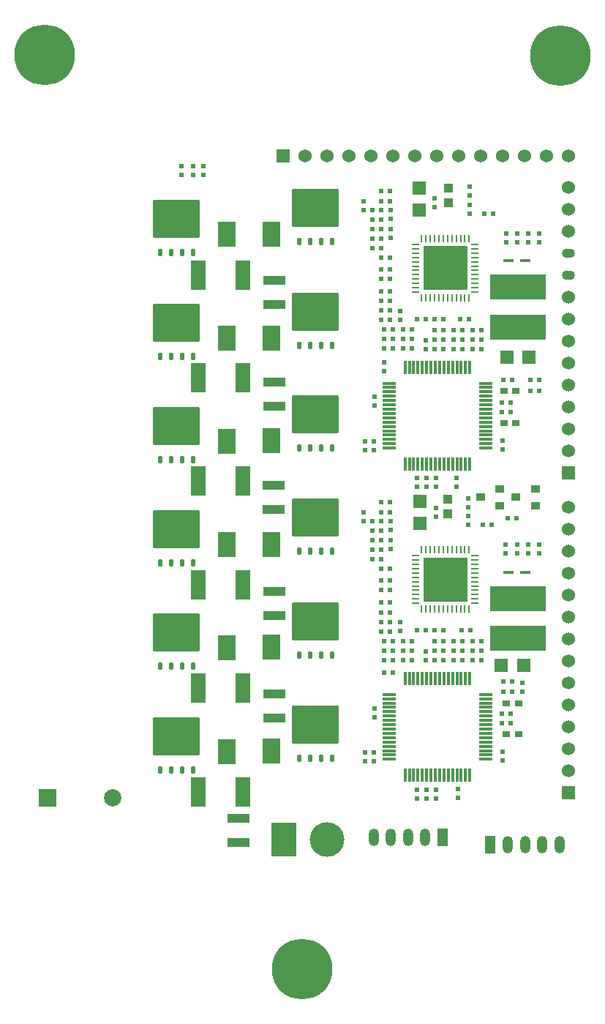
<source format=gbr>
G04 Layer_Color=255*
%FSLAX26Y26*%
%MOIN*%
%TF.FileFunction,Pads,Top*%
%TF.Part,Single*%
G01*
G75*
%TA.AperFunction,SMDPad,SMDef*%
G04:AMPARAMS|DCode=10|XSize=33.858mil|YSize=20.079mil|CornerRadius=3.915mil|HoleSize=0mil|Usage=FLASHONLY|Rotation=90.000|XOffset=0mil|YOffset=0mil|HoleType=Round|Shape=RoundedRectangle|*
%AMROUNDEDRECTD10*
21,1,0.033858,0.012248,0,0,90.0*
21,1,0.026028,0.020079,0,0,90.0*
1,1,0.007831,0.006124,0.013014*
1,1,0.007831,0.006124,-0.013014*
1,1,0.007831,-0.006124,-0.013014*
1,1,0.007831,-0.006124,0.013014*
%
%ADD10ROUNDEDRECTD10*%
G04:AMPARAMS|DCode=11|XSize=170.866mil|YSize=212.598mil|CornerRadius=4.272mil|HoleSize=0mil|Usage=FLASHONLY|Rotation=90.000|XOffset=0mil|YOffset=0mil|HoleType=Round|Shape=RoundedRectangle|*
%AMROUNDEDRECTD11*
21,1,0.170866,0.204055,0,0,90.0*
21,1,0.162323,0.212598,0,0,90.0*
1,1,0.008543,0.102028,0.081162*
1,1,0.008543,0.102028,-0.081162*
1,1,0.008543,-0.102028,-0.081162*
1,1,0.008543,-0.102028,0.081162*
%
%ADD11ROUNDEDRECTD11*%
%TA.AperFunction,SMDPad,CuDef*%
%ADD12R,0.023622X0.023622*%
%ADD13R,0.023622X0.023622*%
%ADD14R,0.098425X0.039370*%
%ADD15R,0.039370X0.037402*%
%ADD16R,0.011811X0.062992*%
%ADD17R,0.062992X0.011811*%
%ADD18R,0.037992X0.031496*%
%ADD19O,0.009842X0.033465*%
%ADD20O,0.033465X0.009842*%
%ADD21R,0.202756X0.202756*%
%ADD22R,0.070866X0.133858*%
%ADD23R,0.039370X0.043307*%
%ADD24R,0.059055X0.059055*%
%ADD25R,0.059055X0.059055*%
%ADD26R,0.047244X0.017716*%
%ADD27R,0.255905X0.118110*%
%TA.AperFunction,ComponentPad*%
%ADD51R,0.078740X0.078740*%
%ADD52C,0.078740*%
%ADD53C,0.060000*%
%ADD54R,0.060000X0.060000*%
%ADD55O,0.060000X0.043307*%
%ADD56R,0.060000X0.060000*%
%ADD57O,0.047244X0.078740*%
%ADD58R,0.047244X0.078740*%
%ADD59C,0.157480*%
%ADD60R,0.118110X0.157480*%
%ADD61R,0.078740X0.118110*%
%TA.AperFunction,ViaPad*%
%ADD62C,0.275591*%
D10*
X4151772Y2740945D02*
D03*
X4201772D02*
D03*
X4251772D02*
D03*
X4301772D02*
D03*
Y2518898D02*
D03*
X4251772D02*
D03*
X4201772D02*
D03*
X4151772D02*
D03*
Y4154331D02*
D03*
X4201772D02*
D03*
X4251772D02*
D03*
X4301772D02*
D03*
Y3932283D02*
D03*
X4251772D02*
D03*
X4201772D02*
D03*
X4151772D02*
D03*
X4785630Y2792126D02*
D03*
X4835630D02*
D03*
X4885630D02*
D03*
X4935630D02*
D03*
Y2570079D02*
D03*
X4885630D02*
D03*
X4835630D02*
D03*
X4785630D02*
D03*
Y4205512D02*
D03*
X4835630D02*
D03*
X4885630D02*
D03*
X4935630D02*
D03*
Y3983465D02*
D03*
X4885630D02*
D03*
X4835630D02*
D03*
X4785630D02*
D03*
X4151772Y3213386D02*
D03*
X4201772D02*
D03*
X4251772D02*
D03*
X4301772D02*
D03*
Y2991339D02*
D03*
X4251772D02*
D03*
X4201772D02*
D03*
X4151772D02*
D03*
Y4622835D02*
D03*
X4201772D02*
D03*
X4251772D02*
D03*
X4301772D02*
D03*
Y4400787D02*
D03*
X4251772D02*
D03*
X4201772D02*
D03*
X4151772D02*
D03*
X4785630Y3264567D02*
D03*
X4835630D02*
D03*
X4885630D02*
D03*
X4935630D02*
D03*
Y3042520D02*
D03*
X4885630D02*
D03*
X4835630D02*
D03*
X4785630D02*
D03*
Y4674016D02*
D03*
X4835630D02*
D03*
X4885630D02*
D03*
X4935630D02*
D03*
Y4451968D02*
D03*
X4885630D02*
D03*
X4835630D02*
D03*
X4785630D02*
D03*
X4151772Y3681890D02*
D03*
X4201772D02*
D03*
X4251772D02*
D03*
X4301772D02*
D03*
Y3459843D02*
D03*
X4251772D02*
D03*
X4201772D02*
D03*
X4151772D02*
D03*
Y5095275D02*
D03*
X4201772D02*
D03*
X4251772D02*
D03*
X4301772D02*
D03*
Y4873228D02*
D03*
X4251772D02*
D03*
X4201772D02*
D03*
X4151772D02*
D03*
X4785630Y3737008D02*
D03*
X4835630D02*
D03*
X4885630D02*
D03*
X4935630D02*
D03*
Y3514961D02*
D03*
X4885630D02*
D03*
X4835630D02*
D03*
X4785630D02*
D03*
Y5146457D02*
D03*
X4835630D02*
D03*
X4885630D02*
D03*
X4935630D02*
D03*
Y4924409D02*
D03*
X4885630D02*
D03*
X4835630D02*
D03*
X4785630D02*
D03*
D11*
X4226772Y2672441D02*
D03*
Y4085827D02*
D03*
X4860630Y2723622D02*
D03*
Y4137008D02*
D03*
X4226772Y3144882D02*
D03*
Y4554331D02*
D03*
X4860630Y3196063D02*
D03*
Y4605512D02*
D03*
X4226772Y3613386D02*
D03*
Y5026772D02*
D03*
X4860630Y3668504D02*
D03*
Y5077953D02*
D03*
D12*
X5735905Y3665354D02*
D03*
X5775905D02*
D03*
X5159528Y3236220D02*
D03*
X5199528D02*
D03*
X5199528Y3281496D02*
D03*
X5159528D02*
D03*
X5199528Y3336614D02*
D03*
X5159528D02*
D03*
X5750709Y2730315D02*
D03*
X5710709D02*
D03*
X5750709Y2773622D02*
D03*
X5710709D02*
D03*
X5199528Y3435039D02*
D03*
X5159528D02*
D03*
X5199528Y3379921D02*
D03*
X5159528D02*
D03*
X5297953Y3106299D02*
D03*
X5257953D02*
D03*
X5211339D02*
D03*
X5171339D02*
D03*
X5199213Y3690945D02*
D03*
X5159213D02*
D03*
X5297953Y3062992D02*
D03*
X5257953D02*
D03*
X5211339D02*
D03*
X5171339D02*
D03*
X5297953Y3019685D02*
D03*
X5257953D02*
D03*
X5211339D02*
D03*
X5171339D02*
D03*
X5576850Y3104330D02*
D03*
X5616850D02*
D03*
X5576850Y3061023D02*
D03*
X5616850D02*
D03*
X5576850Y3017716D02*
D03*
X5616850D02*
D03*
X5530236D02*
D03*
X5490236D02*
D03*
X5530236Y3061023D02*
D03*
X5490236D02*
D03*
X5530236Y3104330D02*
D03*
X5490236D02*
D03*
X5754646Y2921260D02*
D03*
X5714646D02*
D03*
X5360945Y3153543D02*
D03*
X5320945D02*
D03*
X5754646Y2875984D02*
D03*
X5714646D02*
D03*
X5171339Y2960630D02*
D03*
X5211339D02*
D03*
X5443622Y3104330D02*
D03*
X5403622D02*
D03*
X5443622Y3061023D02*
D03*
X5403622D02*
D03*
X5443622Y3017716D02*
D03*
X5403622D02*
D03*
X5443622Y3153543D02*
D03*
X5403622D02*
D03*
X5160158Y3651575D02*
D03*
X5120158D02*
D03*
X5199213Y3738189D02*
D03*
X5159213D02*
D03*
X5199528Y3149606D02*
D03*
X5159528D02*
D03*
X5199528Y3192913D02*
D03*
X5159528D02*
D03*
X5160158Y3564960D02*
D03*
X5120158D02*
D03*
X5160158Y3521653D02*
D03*
X5120158D02*
D03*
X5160158Y3608267D02*
D03*
X5120158D02*
D03*
Y3478346D02*
D03*
X5160158D02*
D03*
X5628032Y5051181D02*
D03*
X5668032D02*
D03*
X5120158Y4895669D02*
D03*
X5160158D02*
D03*
Y5025591D02*
D03*
X5120158D02*
D03*
X5160158Y4938976D02*
D03*
X5120158D02*
D03*
X5160158Y4982283D02*
D03*
X5120158D02*
D03*
X5199528Y4610236D02*
D03*
X5159528D02*
D03*
X5199528Y4566929D02*
D03*
X5159528D02*
D03*
X5199213Y5155512D02*
D03*
X5159213D02*
D03*
X5160158Y5068898D02*
D03*
X5120158D02*
D03*
X5443622Y4570866D02*
D03*
X5403622D02*
D03*
X5443622Y4435039D02*
D03*
X5403622D02*
D03*
X5443622Y4478346D02*
D03*
X5403622D02*
D03*
X5443622Y4521653D02*
D03*
X5403622D02*
D03*
X5754646Y4295275D02*
D03*
X5714646D02*
D03*
X5557795Y4570866D02*
D03*
X5517795D02*
D03*
X5360945D02*
D03*
X5320945D02*
D03*
X5840630Y4244094D02*
D03*
X5880630D02*
D03*
X5840630Y4295275D02*
D03*
X5880630D02*
D03*
X5530236Y4521653D02*
D03*
X5490236D02*
D03*
X5530236Y4478346D02*
D03*
X5490236D02*
D03*
X5530236Y4435039D02*
D03*
X5490236D02*
D03*
X5576850D02*
D03*
X5616850D02*
D03*
X5576850Y4478346D02*
D03*
X5616850D02*
D03*
X5576850Y4521653D02*
D03*
X5616850D02*
D03*
X5211339Y4437008D02*
D03*
X5171339D02*
D03*
X5297953D02*
D03*
X5257953D02*
D03*
X5211339Y4480315D02*
D03*
X5171339D02*
D03*
X5297953D02*
D03*
X5257953D02*
D03*
X5199213Y5108268D02*
D03*
X5159213D02*
D03*
X5211339Y4523622D02*
D03*
X5171339D02*
D03*
X5297953D02*
D03*
X5257953D02*
D03*
X5199528Y4797244D02*
D03*
X5159528D02*
D03*
X5199528Y4852362D02*
D03*
X5159528D02*
D03*
X5750709Y4190945D02*
D03*
X5710709D02*
D03*
X5750709Y4147638D02*
D03*
X5710709D02*
D03*
X5199528Y4753937D02*
D03*
X5159528D02*
D03*
X5199528Y4698819D02*
D03*
X5159528D02*
D03*
X5159528Y4653543D02*
D03*
X5199528D02*
D03*
X5624095Y3633858D02*
D03*
X5664095D02*
D03*
X5565669Y3153543D02*
D03*
X5525669D02*
D03*
D13*
X4248032Y5228032D02*
D03*
Y5268032D02*
D03*
X4303150D02*
D03*
Y5228032D02*
D03*
X4350394D02*
D03*
Y5268032D02*
D03*
X5407874Y3712913D02*
D03*
Y3672913D02*
D03*
X5403937Y5082362D02*
D03*
Y5122362D02*
D03*
X5128346Y2799528D02*
D03*
Y2759528D02*
D03*
Y4216850D02*
D03*
Y4176850D02*
D03*
X5364567Y2389449D02*
D03*
Y2429449D02*
D03*
X5801575Y2873701D02*
D03*
Y2913701D02*
D03*
X5407874Y2389449D02*
D03*
Y2429449D02*
D03*
X5557480Y3756220D02*
D03*
Y3716220D02*
D03*
X5362599Y3058031D02*
D03*
Y3018031D02*
D03*
X5321260Y2389449D02*
D03*
Y2429449D02*
D03*
X5711024Y2560708D02*
D03*
Y2600708D02*
D03*
X5126378Y2597401D02*
D03*
Y2557401D02*
D03*
X5510236Y2391417D02*
D03*
Y2431417D02*
D03*
X5087008Y2597401D02*
D03*
Y2557401D02*
D03*
X5246772Y3191260D02*
D03*
Y3151260D02*
D03*
X5203150Y3525275D02*
D03*
Y3565275D02*
D03*
Y3651890D02*
D03*
Y3611890D02*
D03*
X5080788Y3651260D02*
D03*
Y3691260D02*
D03*
X5730709Y4960945D02*
D03*
Y4920945D02*
D03*
X5777953Y4920630D02*
D03*
Y4960630D02*
D03*
X5080787Y5068583D02*
D03*
Y5108583D02*
D03*
X5203150Y5069212D02*
D03*
Y5029212D02*
D03*
Y4942598D02*
D03*
Y4982598D02*
D03*
X5246772Y4608583D02*
D03*
Y4568583D02*
D03*
X5561417Y5090866D02*
D03*
Y5050866D02*
D03*
X5880315Y4960630D02*
D03*
Y4920630D02*
D03*
X5829134Y4960630D02*
D03*
Y4920630D02*
D03*
X5087008Y4014724D02*
D03*
Y3974724D02*
D03*
X5502362Y3806772D02*
D03*
Y3846772D02*
D03*
X5171654Y4374331D02*
D03*
Y4334331D02*
D03*
X5126378Y4014724D02*
D03*
Y3974724D02*
D03*
X5711024Y3978031D02*
D03*
Y4018031D02*
D03*
X5321260Y3806772D02*
D03*
Y3846772D02*
D03*
X5362598Y4475354D02*
D03*
Y4435354D02*
D03*
X5561417Y5133543D02*
D03*
Y5173543D02*
D03*
X5407874Y3806772D02*
D03*
Y3846772D02*
D03*
X5364567Y3806772D02*
D03*
Y3846772D02*
D03*
X5557480Y3673543D02*
D03*
Y3633543D02*
D03*
X5726772Y3543622D02*
D03*
Y3503622D02*
D03*
X5777953D02*
D03*
Y3543622D02*
D03*
X5880315D02*
D03*
Y3503622D02*
D03*
X5829134Y3543622D02*
D03*
Y3503622D02*
D03*
D14*
X4510236Y2188976D02*
D03*
Y2299213D02*
D03*
X4667717Y3704724D02*
D03*
Y3814961D02*
D03*
X4671654Y2755905D02*
D03*
Y2866142D02*
D03*
Y4173228D02*
D03*
Y4283465D02*
D03*
Y3220472D02*
D03*
Y3330709D02*
D03*
Y4637795D02*
D03*
Y4748031D02*
D03*
D15*
X5861614Y3722441D02*
D03*
X5861614Y3797244D02*
D03*
X5773032Y3759843D02*
D03*
X5700197Y3722441D02*
D03*
X5700197Y3797244D02*
D03*
X5611614Y3759843D02*
D03*
D16*
X5268110Y2494094D02*
D03*
X5287795D02*
D03*
X5307480D02*
D03*
X5327165D02*
D03*
X5346850D02*
D03*
X5366535D02*
D03*
X5386221D02*
D03*
X5405906D02*
D03*
X5425591D02*
D03*
X5445276D02*
D03*
X5464961D02*
D03*
X5484646D02*
D03*
X5504331D02*
D03*
X5524016D02*
D03*
X5543701D02*
D03*
X5563386D02*
D03*
X5268110Y2935039D02*
D03*
X5287795D02*
D03*
X5307480D02*
D03*
X5327165D02*
D03*
X5346850D02*
D03*
X5366535D02*
D03*
X5386221D02*
D03*
X5405906D02*
D03*
X5425591D02*
D03*
X5445276D02*
D03*
X5464961D02*
D03*
X5484646D02*
D03*
X5504331D02*
D03*
X5524016D02*
D03*
X5543701D02*
D03*
X5563386D02*
D03*
X5268110Y3911417D02*
D03*
X5287795D02*
D03*
X5307480D02*
D03*
X5327165D02*
D03*
X5346850D02*
D03*
X5366535D02*
D03*
X5386220D02*
D03*
X5405905D02*
D03*
X5425591D02*
D03*
X5445276D02*
D03*
X5464961D02*
D03*
X5484646D02*
D03*
X5504331D02*
D03*
X5524016D02*
D03*
X5543701D02*
D03*
X5563386D02*
D03*
X5268110Y4352362D02*
D03*
X5287795D02*
D03*
X5307480D02*
D03*
X5327165D02*
D03*
X5346850D02*
D03*
X5366535D02*
D03*
X5386220D02*
D03*
X5405905D02*
D03*
X5425591D02*
D03*
X5445276D02*
D03*
X5464961D02*
D03*
X5484646D02*
D03*
X5504331D02*
D03*
X5524016D02*
D03*
X5543701D02*
D03*
X5563386D02*
D03*
D17*
X5636221Y2566929D02*
D03*
Y2586614D02*
D03*
Y2606299D02*
D03*
Y2625984D02*
D03*
Y2645669D02*
D03*
Y2665354D02*
D03*
Y2685039D02*
D03*
Y2704724D02*
D03*
Y2724409D02*
D03*
Y2744094D02*
D03*
Y2763779D02*
D03*
Y2783464D02*
D03*
Y2803149D02*
D03*
Y2822834D02*
D03*
Y2842519D02*
D03*
Y2862204D02*
D03*
X5195276Y2566929D02*
D03*
Y2586614D02*
D03*
Y2606299D02*
D03*
Y2625984D02*
D03*
Y2645669D02*
D03*
Y2665354D02*
D03*
Y2685039D02*
D03*
Y2704724D02*
D03*
Y2724409D02*
D03*
Y2744094D02*
D03*
Y2763779D02*
D03*
Y2783464D02*
D03*
Y2803149D02*
D03*
Y2822834D02*
D03*
Y2842519D02*
D03*
Y2862204D02*
D03*
X5636220Y3984252D02*
D03*
Y4003937D02*
D03*
Y4023622D02*
D03*
Y4043307D02*
D03*
Y4062992D02*
D03*
Y4082677D02*
D03*
Y4102362D02*
D03*
Y4122047D02*
D03*
Y4141732D02*
D03*
Y4161417D02*
D03*
Y4181102D02*
D03*
Y4200787D02*
D03*
Y4220472D02*
D03*
Y4240157D02*
D03*
Y4259842D02*
D03*
Y4279527D02*
D03*
X5195276Y3984252D02*
D03*
Y4003937D02*
D03*
Y4023622D02*
D03*
Y4043307D02*
D03*
Y4062992D02*
D03*
Y4082677D02*
D03*
Y4102362D02*
D03*
Y4122047D02*
D03*
Y4141732D02*
D03*
Y4161417D02*
D03*
Y4181102D02*
D03*
Y4200787D02*
D03*
Y4220472D02*
D03*
Y4240157D02*
D03*
Y4259842D02*
D03*
Y4279527D02*
D03*
D18*
X5785827Y2822835D02*
D03*
X5730709D02*
D03*
X5785827Y2681102D02*
D03*
X5730709D02*
D03*
X5774016Y4098425D02*
D03*
X5718898D02*
D03*
X5774016Y4244094D02*
D03*
X5718898D02*
D03*
D19*
X5343898Y3520669D02*
D03*
X5363583D02*
D03*
X5402953D02*
D03*
X5383268D02*
D03*
X5481693D02*
D03*
X5521063D02*
D03*
X5422638D02*
D03*
X5462008D02*
D03*
X5560433D02*
D03*
X5540748D02*
D03*
X5442323D02*
D03*
X5501378D02*
D03*
X5343898Y3250984D02*
D03*
X5363583D02*
D03*
X5383268D02*
D03*
X5402953D02*
D03*
X5422638D02*
D03*
X5481693D02*
D03*
X5501378D02*
D03*
X5442323D02*
D03*
X5462008D02*
D03*
X5521063D02*
D03*
X5540748D02*
D03*
X5560433D02*
D03*
X5343898Y4937992D02*
D03*
X5363583D02*
D03*
X5402953D02*
D03*
X5383268D02*
D03*
X5481693D02*
D03*
X5521063D02*
D03*
X5422638D02*
D03*
X5462008D02*
D03*
X5560433D02*
D03*
X5540748D02*
D03*
X5442323D02*
D03*
X5501378D02*
D03*
X5343898Y4668307D02*
D03*
X5363583D02*
D03*
X5383268D02*
D03*
X5402953D02*
D03*
X5422638D02*
D03*
X5481693D02*
D03*
X5501378D02*
D03*
X5442323D02*
D03*
X5462008D02*
D03*
X5521063D02*
D03*
X5540748D02*
D03*
X5560433D02*
D03*
D20*
X5317323Y3454724D02*
D03*
Y3474409D02*
D03*
Y3494094D02*
D03*
Y3415354D02*
D03*
Y3435039D02*
D03*
X5587008Y3494094D02*
D03*
Y3435039D02*
D03*
Y3474409D02*
D03*
Y3454724D02*
D03*
X5317323Y3375984D02*
D03*
Y3395669D02*
D03*
Y3336614D02*
D03*
Y3356299D02*
D03*
Y3277559D02*
D03*
Y3316929D02*
D03*
Y3297244D02*
D03*
X5587008Y3415354D02*
D03*
Y3375984D02*
D03*
Y3395669D02*
D03*
Y3336614D02*
D03*
Y3356299D02*
D03*
Y3277559D02*
D03*
Y3316929D02*
D03*
Y3297244D02*
D03*
X5317323Y4872047D02*
D03*
Y4891732D02*
D03*
Y4911417D02*
D03*
Y4832677D02*
D03*
Y4852362D02*
D03*
X5587008Y4911417D02*
D03*
Y4852362D02*
D03*
Y4891732D02*
D03*
Y4872047D02*
D03*
X5317323Y4793307D02*
D03*
Y4812992D02*
D03*
Y4753937D02*
D03*
Y4773622D02*
D03*
Y4694882D02*
D03*
Y4734252D02*
D03*
Y4714567D02*
D03*
X5587008Y4832677D02*
D03*
Y4793307D02*
D03*
Y4812992D02*
D03*
Y4753937D02*
D03*
Y4773622D02*
D03*
Y4694882D02*
D03*
Y4734252D02*
D03*
Y4714567D02*
D03*
D21*
X5452165Y3385827D02*
D03*
X5452165Y4803150D02*
D03*
D22*
X4325197Y3362205D02*
D03*
X4529921D02*
D03*
X4325197Y2889764D02*
D03*
X4529921D02*
D03*
X4325197Y2417323D02*
D03*
X4529921D02*
D03*
X4325197Y3834646D02*
D03*
X4529921D02*
D03*
X4325197Y4303150D02*
D03*
X4529921D02*
D03*
X4325197Y4771654D02*
D03*
X4529921D02*
D03*
D23*
X5462992Y3683071D02*
D03*
Y3750000D02*
D03*
X5466929Y5100394D02*
D03*
Y5167323D02*
D03*
D24*
X5336693Y3741945D02*
D03*
Y3639945D02*
D03*
X5333071Y5169110D02*
D03*
Y5067110D02*
D03*
D25*
X5832890Y4397638D02*
D03*
X5730890D02*
D03*
X5707268Y2996063D02*
D03*
X5809268D02*
D03*
D26*
X5740551Y4838583D02*
D03*
X5815354D02*
D03*
X5740551Y3417323D02*
D03*
X5815354D02*
D03*
D27*
X5781890Y4535433D02*
D03*
Y4716535D02*
D03*
Y3118110D02*
D03*
Y3299213D02*
D03*
D51*
X3639764Y2389764D02*
D03*
D52*
X3935039D02*
D03*
D53*
X6011811Y4472441D02*
D03*
Y4572441D02*
D03*
Y4072441D02*
D03*
Y4272441D02*
D03*
Y4172441D02*
D03*
Y3972441D02*
D03*
Y4972441D02*
D03*
Y5172441D02*
D03*
Y5072441D02*
D03*
Y4672441D02*
D03*
Y4372441D02*
D03*
Y3615748D02*
D03*
Y3715748D02*
D03*
Y2715748D02*
D03*
Y2615748D02*
D03*
Y2515748D02*
D03*
Y2815748D02*
D03*
Y2915748D02*
D03*
Y3015748D02*
D03*
Y3115748D02*
D03*
Y3215748D02*
D03*
Y3315748D02*
D03*
Y3515748D02*
D03*
Y3415748D02*
D03*
X5911417Y5314961D02*
D03*
X6011417D02*
D03*
X5011417D02*
D03*
X4911417D02*
D03*
X4811417D02*
D03*
X5111417D02*
D03*
X5211417D02*
D03*
X5311417D02*
D03*
X5411417D02*
D03*
X5511417D02*
D03*
X5611417D02*
D03*
X5811417D02*
D03*
X5711417D02*
D03*
D54*
X6011811Y3872441D02*
D03*
Y2415748D02*
D03*
D55*
Y4872441D02*
D03*
Y4772441D02*
D03*
D56*
X4711417Y5314961D02*
D03*
D57*
X5972441Y2177165D02*
D03*
X5893701D02*
D03*
X5814961D02*
D03*
X5736220D02*
D03*
X5124409Y2212598D02*
D03*
X5203150D02*
D03*
X5281890D02*
D03*
X5360630D02*
D03*
D58*
X5657480Y2177165D02*
D03*
X5439370Y2212598D02*
D03*
D59*
X4911811Y2200787D02*
D03*
D60*
X4714961D02*
D03*
D61*
X4657874Y3545276D02*
D03*
X4457087Y3543307D02*
D03*
X4657874Y3076771D02*
D03*
X4457087Y3074803D02*
D03*
X4657874Y2604331D02*
D03*
X4457087Y2602362D02*
D03*
X4657874Y4017716D02*
D03*
X4457087Y4015748D02*
D03*
X4657874Y4486220D02*
D03*
X4457087Y4484252D02*
D03*
X4657874Y4958661D02*
D03*
X4457087Y4956693D02*
D03*
D62*
X3625984Y5775591D02*
D03*
X5976378Y5771654D02*
D03*
X4799213Y1610236D02*
D03*
%TF.MD5,49E8415DDEA4CFD4790FEDE7C3FF3439*%
M02*

</source>
